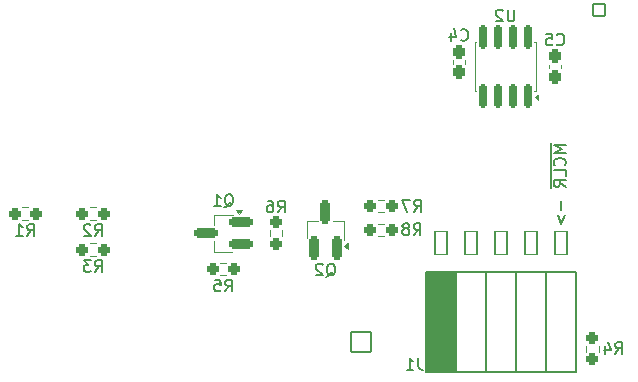
<source format=gbo>
G04 #@! TF.GenerationSoftware,KiCad,Pcbnew,9.0.6*
G04 #@! TF.CreationDate,2026-01-15T23:38:00-05:00*
G04 #@! TF.ProjectId,telemetry_transmitter,74656c65-6d65-4747-9279-5f7472616e73,rev?*
G04 #@! TF.SameCoordinates,Original*
G04 #@! TF.FileFunction,Legend,Bot*
G04 #@! TF.FilePolarity,Positive*
%FSLAX46Y46*%
G04 Gerber Fmt 4.6, Leading zero omitted, Abs format (unit mm)*
G04 Created by KiCad (PCBNEW 9.0.6) date 2026-01-15 23:38:00*
%MOMM*%
%LPD*%
G01*
G04 APERTURE LIST*
G04 Aperture macros list*
%AMRoundRect*
0 Rectangle with rounded corners*
0 $1 Rounding radius*
0 $2 $3 $4 $5 $6 $7 $8 $9 X,Y pos of 4 corners*
0 Add a 4 corners polygon primitive as box body*
4,1,4,$2,$3,$4,$5,$6,$7,$8,$9,$2,$3,0*
0 Add four circle primitives for the rounded corners*
1,1,$1+$1,$2,$3*
1,1,$1+$1,$4,$5*
1,1,$1+$1,$6,$7*
1,1,$1+$1,$8,$9*
0 Add four rect primitives between the rounded corners*
20,1,$1+$1,$2,$3,$4,$5,0*
20,1,$1+$1,$4,$5,$6,$7,0*
20,1,$1+$1,$6,$7,$8,$9,0*
20,1,$1+$1,$8,$9,$2,$3,0*%
G04 Aperture macros list end*
%ADD10C,0.150000*%
%ADD11C,0.120000*%
%ADD12RoundRect,0.051000X-0.850000X0.850000X-0.850000X-0.850000X0.850000X-0.850000X0.850000X0.850000X0*%
%ADD13C,1.802000*%
%ADD14C,2.652000*%
%ADD15RoundRect,0.102000X0.500000X-0.500000X0.500000X0.500000X-0.500000X0.500000X-0.500000X-0.500000X0*%
%ADD16C,1.204000*%
%ADD17C,2.379000*%
%ADD18RoundRect,0.263000X-0.275500X-0.263000X0.275500X-0.263000X0.275500X0.263000X-0.275500X0.263000X0*%
%ADD19RoundRect,0.263000X-0.263000X0.325500X-0.263000X-0.325500X0.263000X-0.325500X0.263000X0.325500X0*%
%ADD20RoundRect,0.263000X0.263000X-0.325500X0.263000X0.325500X-0.263000X0.325500X-0.263000X-0.325500X0*%
%ADD21RoundRect,0.263000X-0.263000X0.275500X-0.263000X-0.275500X0.263000X-0.275500X0.263000X0.275500X0*%
%ADD22RoundRect,0.175500X0.175500X-0.850500X0.175500X0.850500X-0.175500X0.850500X-0.175500X-0.850500X0*%
%ADD23RoundRect,0.225500X0.775500X0.225500X-0.775500X0.225500X-0.775500X-0.225500X0.775500X-0.225500X0*%
%ADD24C,0.902000*%
%ADD25C,6.502000*%
%ADD26RoundRect,0.225500X0.225500X-0.775500X0.225500X0.775500X-0.225500X0.775500X-0.225500X-0.775500X0*%
%ADD27RoundRect,0.263000X0.263000X-0.275500X0.263000X0.275500X-0.263000X0.275500X-0.263000X-0.275500X0*%
%ADD28RoundRect,0.051000X-0.500000X-1.000000X0.500000X-1.000000X0.500000X1.000000X-0.500000X1.000000X0*%
%ADD29RoundRect,0.263000X0.275500X0.263000X-0.275500X0.263000X-0.275500X-0.263000X0.275500X-0.263000X0*%
G04 APERTURE END LIST*
D10*
X157934819Y-115275335D02*
X156934819Y-115275335D01*
X156934819Y-115275335D02*
X157649104Y-115608668D01*
X157649104Y-115608668D02*
X156934819Y-115942001D01*
X156934819Y-115942001D02*
X157934819Y-115942001D01*
X157839580Y-116989620D02*
X157887200Y-116942001D01*
X157887200Y-116942001D02*
X157934819Y-116799144D01*
X157934819Y-116799144D02*
X157934819Y-116703906D01*
X157934819Y-116703906D02*
X157887200Y-116561049D01*
X157887200Y-116561049D02*
X157791961Y-116465811D01*
X157791961Y-116465811D02*
X157696723Y-116418192D01*
X157696723Y-116418192D02*
X157506247Y-116370573D01*
X157506247Y-116370573D02*
X157363390Y-116370573D01*
X157363390Y-116370573D02*
X157172914Y-116418192D01*
X157172914Y-116418192D02*
X157077676Y-116465811D01*
X157077676Y-116465811D02*
X156982438Y-116561049D01*
X156982438Y-116561049D02*
X156934819Y-116703906D01*
X156934819Y-116703906D02*
X156934819Y-116799144D01*
X156934819Y-116799144D02*
X156982438Y-116942001D01*
X156982438Y-116942001D02*
X157030057Y-116989620D01*
X157934819Y-117894382D02*
X157934819Y-117418192D01*
X157934819Y-117418192D02*
X156934819Y-117418192D01*
X157934819Y-118799144D02*
X157458628Y-118465811D01*
X157934819Y-118227716D02*
X156934819Y-118227716D01*
X156934819Y-118227716D02*
X156934819Y-118608668D01*
X156934819Y-118608668D02*
X156982438Y-118703906D01*
X156982438Y-118703906D02*
X157030057Y-118751525D01*
X157030057Y-118751525D02*
X157125295Y-118799144D01*
X157125295Y-118799144D02*
X157268152Y-118799144D01*
X157268152Y-118799144D02*
X157363390Y-118751525D01*
X157363390Y-118751525D02*
X157411009Y-118703906D01*
X157411009Y-118703906D02*
X157458628Y-118608668D01*
X157458628Y-118608668D02*
X157458628Y-118227716D01*
X156657200Y-115137240D02*
X156657200Y-118889621D01*
X157553866Y-119989621D02*
X157553866Y-120751526D01*
X157268152Y-121227716D02*
X157553866Y-121989621D01*
X157553866Y-121989621D02*
X157839580Y-121227716D01*
X145099066Y-120901619D02*
X145432399Y-120425428D01*
X145670494Y-120901619D02*
X145670494Y-119901619D01*
X145670494Y-119901619D02*
X145289542Y-119901619D01*
X145289542Y-119901619D02*
X145194304Y-119949238D01*
X145194304Y-119949238D02*
X145146685Y-119996857D01*
X145146685Y-119996857D02*
X145099066Y-120092095D01*
X145099066Y-120092095D02*
X145099066Y-120234952D01*
X145099066Y-120234952D02*
X145146685Y-120330190D01*
X145146685Y-120330190D02*
X145194304Y-120377809D01*
X145194304Y-120377809D02*
X145289542Y-120425428D01*
X145289542Y-120425428D02*
X145670494Y-120425428D01*
X144765732Y-119901619D02*
X144099066Y-119901619D01*
X144099066Y-119901619D02*
X144527637Y-120901619D01*
X149061466Y-106353780D02*
X149109085Y-106401400D01*
X149109085Y-106401400D02*
X149251942Y-106449019D01*
X149251942Y-106449019D02*
X149347180Y-106449019D01*
X149347180Y-106449019D02*
X149490037Y-106401400D01*
X149490037Y-106401400D02*
X149585275Y-106306161D01*
X149585275Y-106306161D02*
X149632894Y-106210923D01*
X149632894Y-106210923D02*
X149680513Y-106020447D01*
X149680513Y-106020447D02*
X149680513Y-105877590D01*
X149680513Y-105877590D02*
X149632894Y-105687114D01*
X149632894Y-105687114D02*
X149585275Y-105591876D01*
X149585275Y-105591876D02*
X149490037Y-105496638D01*
X149490037Y-105496638D02*
X149347180Y-105449019D01*
X149347180Y-105449019D02*
X149251942Y-105449019D01*
X149251942Y-105449019D02*
X149109085Y-105496638D01*
X149109085Y-105496638D02*
X149061466Y-105544257D01*
X148204323Y-105782352D02*
X148204323Y-106449019D01*
X148442418Y-105401400D02*
X148680513Y-106115685D01*
X148680513Y-106115685D02*
X148061466Y-106115685D01*
X157189466Y-106734780D02*
X157237085Y-106782400D01*
X157237085Y-106782400D02*
X157379942Y-106830019D01*
X157379942Y-106830019D02*
X157475180Y-106830019D01*
X157475180Y-106830019D02*
X157618037Y-106782400D01*
X157618037Y-106782400D02*
X157713275Y-106687161D01*
X157713275Y-106687161D02*
X157760894Y-106591923D01*
X157760894Y-106591923D02*
X157808513Y-106401447D01*
X157808513Y-106401447D02*
X157808513Y-106258590D01*
X157808513Y-106258590D02*
X157760894Y-106068114D01*
X157760894Y-106068114D02*
X157713275Y-105972876D01*
X157713275Y-105972876D02*
X157618037Y-105877638D01*
X157618037Y-105877638D02*
X157475180Y-105830019D01*
X157475180Y-105830019D02*
X157379942Y-105830019D01*
X157379942Y-105830019D02*
X157237085Y-105877638D01*
X157237085Y-105877638D02*
X157189466Y-105925257D01*
X156284704Y-105830019D02*
X156760894Y-105830019D01*
X156760894Y-105830019D02*
X156808513Y-106306209D01*
X156808513Y-106306209D02*
X156760894Y-106258590D01*
X156760894Y-106258590D02*
X156665656Y-106210971D01*
X156665656Y-106210971D02*
X156427561Y-106210971D01*
X156427561Y-106210971D02*
X156332323Y-106258590D01*
X156332323Y-106258590D02*
X156284704Y-106306209D01*
X156284704Y-106306209D02*
X156237085Y-106401447D01*
X156237085Y-106401447D02*
X156237085Y-106639542D01*
X156237085Y-106639542D02*
X156284704Y-106734780D01*
X156284704Y-106734780D02*
X156332323Y-106782400D01*
X156332323Y-106782400D02*
X156427561Y-106830019D01*
X156427561Y-106830019D02*
X156665656Y-106830019D01*
X156665656Y-106830019D02*
X156760894Y-106782400D01*
X156760894Y-106782400D02*
X156808513Y-106734780D01*
X112358466Y-122966619D02*
X112691799Y-122490428D01*
X112929894Y-122966619D02*
X112929894Y-121966619D01*
X112929894Y-121966619D02*
X112548942Y-121966619D01*
X112548942Y-121966619D02*
X112453704Y-122014238D01*
X112453704Y-122014238D02*
X112406085Y-122061857D01*
X112406085Y-122061857D02*
X112358466Y-122157095D01*
X112358466Y-122157095D02*
X112358466Y-122299952D01*
X112358466Y-122299952D02*
X112406085Y-122395190D01*
X112406085Y-122395190D02*
X112453704Y-122442809D01*
X112453704Y-122442809D02*
X112548942Y-122490428D01*
X112548942Y-122490428D02*
X112929894Y-122490428D01*
X111406085Y-122966619D02*
X111977513Y-122966619D01*
X111691799Y-122966619D02*
X111691799Y-121966619D01*
X111691799Y-121966619D02*
X111787037Y-122109476D01*
X111787037Y-122109476D02*
X111882275Y-122204714D01*
X111882275Y-122204714D02*
X111977513Y-122252333D01*
X162142466Y-132966619D02*
X162475799Y-132490428D01*
X162713894Y-132966619D02*
X162713894Y-131966619D01*
X162713894Y-131966619D02*
X162332942Y-131966619D01*
X162332942Y-131966619D02*
X162237704Y-132014238D01*
X162237704Y-132014238D02*
X162190085Y-132061857D01*
X162190085Y-132061857D02*
X162142466Y-132157095D01*
X162142466Y-132157095D02*
X162142466Y-132299952D01*
X162142466Y-132299952D02*
X162190085Y-132395190D01*
X162190085Y-132395190D02*
X162237704Y-132442809D01*
X162237704Y-132442809D02*
X162332942Y-132490428D01*
X162332942Y-132490428D02*
X162713894Y-132490428D01*
X161285323Y-132299952D02*
X161285323Y-132966619D01*
X161523418Y-131919000D02*
X161761513Y-132633285D01*
X161761513Y-132633285D02*
X161142466Y-132633285D01*
X153593704Y-103798019D02*
X153593704Y-104607542D01*
X153593704Y-104607542D02*
X153546085Y-104702780D01*
X153546085Y-104702780D02*
X153498466Y-104750400D01*
X153498466Y-104750400D02*
X153403228Y-104798019D01*
X153403228Y-104798019D02*
X153212752Y-104798019D01*
X153212752Y-104798019D02*
X153117514Y-104750400D01*
X153117514Y-104750400D02*
X153069895Y-104702780D01*
X153069895Y-104702780D02*
X153022276Y-104607542D01*
X153022276Y-104607542D02*
X153022276Y-103798019D01*
X152593704Y-103893257D02*
X152546085Y-103845638D01*
X152546085Y-103845638D02*
X152450847Y-103798019D01*
X152450847Y-103798019D02*
X152212752Y-103798019D01*
X152212752Y-103798019D02*
X152117514Y-103845638D01*
X152117514Y-103845638D02*
X152069895Y-103893257D01*
X152069895Y-103893257D02*
X152022276Y-103988495D01*
X152022276Y-103988495D02*
X152022276Y-104083733D01*
X152022276Y-104083733D02*
X152069895Y-104226590D01*
X152069895Y-104226590D02*
X152641323Y-104798019D01*
X152641323Y-104798019D02*
X152022276Y-104798019D01*
X129122466Y-127665619D02*
X129455799Y-127189428D01*
X129693894Y-127665619D02*
X129693894Y-126665619D01*
X129693894Y-126665619D02*
X129312942Y-126665619D01*
X129312942Y-126665619D02*
X129217704Y-126713238D01*
X129217704Y-126713238D02*
X129170085Y-126760857D01*
X129170085Y-126760857D02*
X129122466Y-126856095D01*
X129122466Y-126856095D02*
X129122466Y-126998952D01*
X129122466Y-126998952D02*
X129170085Y-127094190D01*
X129170085Y-127094190D02*
X129217704Y-127141809D01*
X129217704Y-127141809D02*
X129312942Y-127189428D01*
X129312942Y-127189428D02*
X129693894Y-127189428D01*
X128217704Y-126665619D02*
X128693894Y-126665619D01*
X128693894Y-126665619D02*
X128741513Y-127141809D01*
X128741513Y-127141809D02*
X128693894Y-127094190D01*
X128693894Y-127094190D02*
X128598656Y-127046571D01*
X128598656Y-127046571D02*
X128360561Y-127046571D01*
X128360561Y-127046571D02*
X128265323Y-127094190D01*
X128265323Y-127094190D02*
X128217704Y-127141809D01*
X128217704Y-127141809D02*
X128170085Y-127237047D01*
X128170085Y-127237047D02*
X128170085Y-127475142D01*
X128170085Y-127475142D02*
X128217704Y-127570380D01*
X128217704Y-127570380D02*
X128265323Y-127618000D01*
X128265323Y-127618000D02*
X128360561Y-127665619D01*
X128360561Y-127665619D02*
X128598656Y-127665619D01*
X128598656Y-127665619D02*
X128693894Y-127618000D01*
X128693894Y-127618000D02*
X128741513Y-127570380D01*
X129051038Y-120532857D02*
X129146276Y-120485238D01*
X129146276Y-120485238D02*
X129241514Y-120390000D01*
X129241514Y-120390000D02*
X129384371Y-120247142D01*
X129384371Y-120247142D02*
X129479609Y-120199523D01*
X129479609Y-120199523D02*
X129574847Y-120199523D01*
X129527228Y-120437619D02*
X129622466Y-120390000D01*
X129622466Y-120390000D02*
X129717704Y-120294761D01*
X129717704Y-120294761D02*
X129765323Y-120104285D01*
X129765323Y-120104285D02*
X129765323Y-119770952D01*
X129765323Y-119770952D02*
X129717704Y-119580476D01*
X129717704Y-119580476D02*
X129622466Y-119485238D01*
X129622466Y-119485238D02*
X129527228Y-119437619D01*
X129527228Y-119437619D02*
X129336752Y-119437619D01*
X129336752Y-119437619D02*
X129241514Y-119485238D01*
X129241514Y-119485238D02*
X129146276Y-119580476D01*
X129146276Y-119580476D02*
X129098657Y-119770952D01*
X129098657Y-119770952D02*
X129098657Y-120104285D01*
X129098657Y-120104285D02*
X129146276Y-120294761D01*
X129146276Y-120294761D02*
X129241514Y-120390000D01*
X129241514Y-120390000D02*
X129336752Y-120437619D01*
X129336752Y-120437619D02*
X129527228Y-120437619D01*
X128146276Y-120437619D02*
X128717704Y-120437619D01*
X128431990Y-120437619D02*
X128431990Y-119437619D01*
X128431990Y-119437619D02*
X128527228Y-119580476D01*
X128527228Y-119580476D02*
X128622466Y-119675714D01*
X128622466Y-119675714D02*
X128717704Y-119723333D01*
X118073466Y-122966619D02*
X118406799Y-122490428D01*
X118644894Y-122966619D02*
X118644894Y-121966619D01*
X118644894Y-121966619D02*
X118263942Y-121966619D01*
X118263942Y-121966619D02*
X118168704Y-122014238D01*
X118168704Y-122014238D02*
X118121085Y-122061857D01*
X118121085Y-122061857D02*
X118073466Y-122157095D01*
X118073466Y-122157095D02*
X118073466Y-122299952D01*
X118073466Y-122299952D02*
X118121085Y-122395190D01*
X118121085Y-122395190D02*
X118168704Y-122442809D01*
X118168704Y-122442809D02*
X118263942Y-122490428D01*
X118263942Y-122490428D02*
X118644894Y-122490428D01*
X117692513Y-122061857D02*
X117644894Y-122014238D01*
X117644894Y-122014238D02*
X117549656Y-121966619D01*
X117549656Y-121966619D02*
X117311561Y-121966619D01*
X117311561Y-121966619D02*
X117216323Y-122014238D01*
X117216323Y-122014238D02*
X117168704Y-122061857D01*
X117168704Y-122061857D02*
X117121085Y-122157095D01*
X117121085Y-122157095D02*
X117121085Y-122252333D01*
X117121085Y-122252333D02*
X117168704Y-122395190D01*
X117168704Y-122395190D02*
X117740132Y-122966619D01*
X117740132Y-122966619D02*
X117121085Y-122966619D01*
X137687038Y-126407057D02*
X137782276Y-126359438D01*
X137782276Y-126359438D02*
X137877514Y-126264200D01*
X137877514Y-126264200D02*
X138020371Y-126121342D01*
X138020371Y-126121342D02*
X138115609Y-126073723D01*
X138115609Y-126073723D02*
X138210847Y-126073723D01*
X138163228Y-126311819D02*
X138258466Y-126264200D01*
X138258466Y-126264200D02*
X138353704Y-126168961D01*
X138353704Y-126168961D02*
X138401323Y-125978485D01*
X138401323Y-125978485D02*
X138401323Y-125645152D01*
X138401323Y-125645152D02*
X138353704Y-125454676D01*
X138353704Y-125454676D02*
X138258466Y-125359438D01*
X138258466Y-125359438D02*
X138163228Y-125311819D01*
X138163228Y-125311819D02*
X137972752Y-125311819D01*
X137972752Y-125311819D02*
X137877514Y-125359438D01*
X137877514Y-125359438D02*
X137782276Y-125454676D01*
X137782276Y-125454676D02*
X137734657Y-125645152D01*
X137734657Y-125645152D02*
X137734657Y-125978485D01*
X137734657Y-125978485D02*
X137782276Y-126168961D01*
X137782276Y-126168961D02*
X137877514Y-126264200D01*
X137877514Y-126264200D02*
X137972752Y-126311819D01*
X137972752Y-126311819D02*
X138163228Y-126311819D01*
X137353704Y-125407057D02*
X137306085Y-125359438D01*
X137306085Y-125359438D02*
X137210847Y-125311819D01*
X137210847Y-125311819D02*
X136972752Y-125311819D01*
X136972752Y-125311819D02*
X136877514Y-125359438D01*
X136877514Y-125359438D02*
X136829895Y-125407057D01*
X136829895Y-125407057D02*
X136782276Y-125502295D01*
X136782276Y-125502295D02*
X136782276Y-125597533D01*
X136782276Y-125597533D02*
X136829895Y-125740390D01*
X136829895Y-125740390D02*
X137401323Y-126311819D01*
X137401323Y-126311819D02*
X136782276Y-126311819D01*
X133567466Y-120977819D02*
X133900799Y-120501628D01*
X134138894Y-120977819D02*
X134138894Y-119977819D01*
X134138894Y-119977819D02*
X133757942Y-119977819D01*
X133757942Y-119977819D02*
X133662704Y-120025438D01*
X133662704Y-120025438D02*
X133615085Y-120073057D01*
X133615085Y-120073057D02*
X133567466Y-120168295D01*
X133567466Y-120168295D02*
X133567466Y-120311152D01*
X133567466Y-120311152D02*
X133615085Y-120406390D01*
X133615085Y-120406390D02*
X133662704Y-120454009D01*
X133662704Y-120454009D02*
X133757942Y-120501628D01*
X133757942Y-120501628D02*
X134138894Y-120501628D01*
X132710323Y-119977819D02*
X132900799Y-119977819D01*
X132900799Y-119977819D02*
X132996037Y-120025438D01*
X132996037Y-120025438D02*
X133043656Y-120073057D01*
X133043656Y-120073057D02*
X133138894Y-120215914D01*
X133138894Y-120215914D02*
X133186513Y-120406390D01*
X133186513Y-120406390D02*
X133186513Y-120787342D01*
X133186513Y-120787342D02*
X133138894Y-120882580D01*
X133138894Y-120882580D02*
X133091275Y-120930200D01*
X133091275Y-120930200D02*
X132996037Y-120977819D01*
X132996037Y-120977819D02*
X132805561Y-120977819D01*
X132805561Y-120977819D02*
X132710323Y-120930200D01*
X132710323Y-120930200D02*
X132662704Y-120882580D01*
X132662704Y-120882580D02*
X132615085Y-120787342D01*
X132615085Y-120787342D02*
X132615085Y-120549247D01*
X132615085Y-120549247D02*
X132662704Y-120454009D01*
X132662704Y-120454009D02*
X132710323Y-120406390D01*
X132710323Y-120406390D02*
X132805561Y-120358771D01*
X132805561Y-120358771D02*
X132996037Y-120358771D01*
X132996037Y-120358771D02*
X133091275Y-120406390D01*
X133091275Y-120406390D02*
X133138894Y-120454009D01*
X133138894Y-120454009D02*
X133186513Y-120549247D01*
X145468933Y-133287419D02*
X145468933Y-134001704D01*
X145468933Y-134001704D02*
X145516552Y-134144561D01*
X145516552Y-134144561D02*
X145611790Y-134239800D01*
X145611790Y-134239800D02*
X145754647Y-134287419D01*
X145754647Y-134287419D02*
X145849885Y-134287419D01*
X144468933Y-134287419D02*
X145040361Y-134287419D01*
X144754647Y-134287419D02*
X144754647Y-133287419D01*
X144754647Y-133287419D02*
X144849885Y-133430276D01*
X144849885Y-133430276D02*
X144945123Y-133525514D01*
X144945123Y-133525514D02*
X145040361Y-133573133D01*
X145073666Y-122908219D02*
X145406999Y-122432028D01*
X145645094Y-122908219D02*
X145645094Y-121908219D01*
X145645094Y-121908219D02*
X145264142Y-121908219D01*
X145264142Y-121908219D02*
X145168904Y-121955838D01*
X145168904Y-121955838D02*
X145121285Y-122003457D01*
X145121285Y-122003457D02*
X145073666Y-122098695D01*
X145073666Y-122098695D02*
X145073666Y-122241552D01*
X145073666Y-122241552D02*
X145121285Y-122336790D01*
X145121285Y-122336790D02*
X145168904Y-122384409D01*
X145168904Y-122384409D02*
X145264142Y-122432028D01*
X145264142Y-122432028D02*
X145645094Y-122432028D01*
X144502237Y-122336790D02*
X144597475Y-122289171D01*
X144597475Y-122289171D02*
X144645094Y-122241552D01*
X144645094Y-122241552D02*
X144692713Y-122146314D01*
X144692713Y-122146314D02*
X144692713Y-122098695D01*
X144692713Y-122098695D02*
X144645094Y-122003457D01*
X144645094Y-122003457D02*
X144597475Y-121955838D01*
X144597475Y-121955838D02*
X144502237Y-121908219D01*
X144502237Y-121908219D02*
X144311761Y-121908219D01*
X144311761Y-121908219D02*
X144216523Y-121955838D01*
X144216523Y-121955838D02*
X144168904Y-122003457D01*
X144168904Y-122003457D02*
X144121285Y-122098695D01*
X144121285Y-122098695D02*
X144121285Y-122146314D01*
X144121285Y-122146314D02*
X144168904Y-122241552D01*
X144168904Y-122241552D02*
X144216523Y-122289171D01*
X144216523Y-122289171D02*
X144311761Y-122336790D01*
X144311761Y-122336790D02*
X144502237Y-122336790D01*
X144502237Y-122336790D02*
X144597475Y-122384409D01*
X144597475Y-122384409D02*
X144645094Y-122432028D01*
X144645094Y-122432028D02*
X144692713Y-122527266D01*
X144692713Y-122527266D02*
X144692713Y-122717742D01*
X144692713Y-122717742D02*
X144645094Y-122812980D01*
X144645094Y-122812980D02*
X144597475Y-122860600D01*
X144597475Y-122860600D02*
X144502237Y-122908219D01*
X144502237Y-122908219D02*
X144311761Y-122908219D01*
X144311761Y-122908219D02*
X144216523Y-122860600D01*
X144216523Y-122860600D02*
X144168904Y-122812980D01*
X144168904Y-122812980D02*
X144121285Y-122717742D01*
X144121285Y-122717742D02*
X144121285Y-122527266D01*
X144121285Y-122527266D02*
X144168904Y-122432028D01*
X144168904Y-122432028D02*
X144216523Y-122384409D01*
X144216523Y-122384409D02*
X144311761Y-122336790D01*
X118073466Y-126014619D02*
X118406799Y-125538428D01*
X118644894Y-126014619D02*
X118644894Y-125014619D01*
X118644894Y-125014619D02*
X118263942Y-125014619D01*
X118263942Y-125014619D02*
X118168704Y-125062238D01*
X118168704Y-125062238D02*
X118121085Y-125109857D01*
X118121085Y-125109857D02*
X118073466Y-125205095D01*
X118073466Y-125205095D02*
X118073466Y-125347952D01*
X118073466Y-125347952D02*
X118121085Y-125443190D01*
X118121085Y-125443190D02*
X118168704Y-125490809D01*
X118168704Y-125490809D02*
X118263942Y-125538428D01*
X118263942Y-125538428D02*
X118644894Y-125538428D01*
X117740132Y-125014619D02*
X117121085Y-125014619D01*
X117121085Y-125014619D02*
X117454418Y-125395571D01*
X117454418Y-125395571D02*
X117311561Y-125395571D01*
X117311561Y-125395571D02*
X117216323Y-125443190D01*
X117216323Y-125443190D02*
X117168704Y-125490809D01*
X117168704Y-125490809D02*
X117121085Y-125586047D01*
X117121085Y-125586047D02*
X117121085Y-125824142D01*
X117121085Y-125824142D02*
X117168704Y-125919380D01*
X117168704Y-125919380D02*
X117216323Y-125967000D01*
X117216323Y-125967000D02*
X117311561Y-126014619D01*
X117311561Y-126014619D02*
X117597275Y-126014619D01*
X117597275Y-126014619D02*
X117692513Y-125967000D01*
X117692513Y-125967000D02*
X117740132Y-125919380D01*
D11*
G04 #@! TO.C,R7*
X142036076Y-119924300D02*
X142545524Y-119924300D01*
X142036076Y-120969300D02*
X142545524Y-120969300D01*
G04 #@! TO.C,C4*
X148384800Y-108108533D02*
X148384800Y-108401067D01*
X149404800Y-108108533D02*
X149404800Y-108401067D01*
G04 #@! TO.C,C5*
X156512800Y-108782067D02*
X156512800Y-108489533D01*
X157532800Y-108782067D02*
X157532800Y-108489533D01*
G04 #@! TO.C,R1*
X111937076Y-120559300D02*
X112446524Y-120559300D01*
X111937076Y-121604300D02*
X112446524Y-121604300D01*
G04 #@! TO.C,R4*
X159675300Y-132257076D02*
X159675300Y-132766524D01*
X160720300Y-132257076D02*
X160720300Y-132766524D01*
G04 #@! TO.C,U2*
X150271800Y-106575800D02*
X150271800Y-110695800D01*
X150271800Y-110695800D02*
X150366800Y-110695800D01*
X150366800Y-106575800D02*
X150271800Y-106575800D01*
X155296800Y-110695800D02*
X155391800Y-110695800D01*
X155391800Y-106575800D02*
X155296800Y-106575800D01*
X155391800Y-110695800D02*
X155391800Y-106575800D01*
X155631800Y-111475800D02*
X155301800Y-111235800D01*
X155631800Y-110995800D01*
X155631800Y-111475800D01*
G36*
X155631800Y-111475800D02*
G01*
X155301800Y-111235800D01*
X155631800Y-110995800D01*
X155631800Y-111475800D01*
G37*
G04 #@! TO.C,R5*
X128701076Y-125258300D02*
X129210524Y-125258300D01*
X128701076Y-126303300D02*
X129210524Y-126303300D01*
G04 #@! TO.C,Q1*
X128195800Y-121152800D02*
X128195800Y-122082800D01*
X128195800Y-124312800D02*
X128195800Y-123382800D01*
X128195800Y-124312800D02*
X129655800Y-124312800D01*
X128995800Y-121152800D02*
X128195800Y-121152800D01*
X128995800Y-121152800D02*
X129795800Y-121152800D01*
X130295800Y-121122800D02*
X130055800Y-120792800D01*
X130535800Y-120792800D01*
X130295800Y-121122800D01*
G36*
X130295800Y-121122800D02*
G01*
X130055800Y-120792800D01*
X130535800Y-120792800D01*
X130295800Y-121122800D01*
G37*
G04 #@! TO.C,R2*
X117652076Y-120559300D02*
X118161524Y-120559300D01*
X117652076Y-121604300D02*
X118161524Y-121604300D01*
G04 #@! TO.C,Q2*
X136011800Y-121718800D02*
X136011800Y-123178800D01*
X136011800Y-121718800D02*
X136941800Y-121718800D01*
X139171800Y-121718800D02*
X138241800Y-121718800D01*
X139171800Y-122518800D02*
X139171800Y-121718800D01*
X139171800Y-122518800D02*
X139171800Y-123318800D01*
X139531800Y-124058800D02*
X139201800Y-123818800D01*
X139531800Y-123578800D01*
X139531800Y-124058800D01*
G36*
X139531800Y-124058800D02*
G01*
X139201800Y-123818800D01*
X139531800Y-123578800D01*
X139531800Y-124058800D01*
G37*
G04 #@! TO.C,R6*
X132878300Y-122987524D02*
X132878300Y-122478076D01*
X133923300Y-122987524D02*
X133923300Y-122478076D01*
D10*
G04 #@! TO.C,J1*
X146100800Y-125987300D02*
X146100800Y-134487300D01*
X146100800Y-125987300D02*
X158800800Y-125987300D01*
X146100800Y-134487300D02*
X158800800Y-134487300D01*
X148640800Y-125987300D02*
X148640800Y-134487300D01*
X151180800Y-125987300D02*
X151180800Y-134487300D01*
X153720800Y-125987300D02*
X153720800Y-134487300D01*
X156260800Y-125987300D02*
X156260800Y-134487300D01*
X158800800Y-125987300D02*
X158800800Y-134487300D01*
X148590000Y-134433100D02*
X146151600Y-134433100D01*
X146151600Y-126051100D01*
X148590000Y-126051100D01*
X148590000Y-134433100D01*
G36*
X148590000Y-134433100D02*
G01*
X146151600Y-134433100D01*
X146151600Y-126051100D01*
X148590000Y-126051100D01*
X148590000Y-134433100D01*
G37*
D11*
G04 #@! TO.C,R8*
X142545524Y-121956300D02*
X142036076Y-121956300D01*
X142545524Y-123001300D02*
X142036076Y-123001300D01*
G04 #@! TO.C,R3*
X117652076Y-123607300D02*
X118161524Y-123607300D01*
X117652076Y-124652300D02*
X118161524Y-124652300D01*
G04 #@! TD*
%LPC*%
D12*
G04 #@! TO.C,J3*
X140624800Y-131913800D03*
D13*
X140624800Y-129373800D03*
X138084800Y-131913800D03*
X138084800Y-129373800D03*
X135544800Y-131913800D03*
X135544800Y-129373800D03*
X133004800Y-131913800D03*
X133004800Y-129373800D03*
X130464800Y-131913800D03*
X130464800Y-129373800D03*
X127924800Y-131913800D03*
X127924800Y-129373800D03*
X125384800Y-131913800D03*
X125384800Y-129373800D03*
X122844800Y-131913800D03*
X122844800Y-129373800D03*
G04 #@! TD*
D14*
G04 #@! TO.C,J2*
X160561800Y-107760800D03*
X160561800Y-84110800D03*
D15*
X160761800Y-103860800D03*
D16*
X160761800Y-102610800D03*
X162011800Y-103860800D03*
X162011800Y-102610800D03*
D17*
X161181800Y-99910800D03*
X161181800Y-96160800D03*
X161181800Y-92410800D03*
X161181800Y-88660800D03*
G04 #@! TD*
D18*
G04 #@! TO.C,R7*
X141378300Y-120446800D03*
X143203300Y-120446800D03*
G04 #@! TD*
D19*
G04 #@! TO.C,C4*
X148894800Y-107392300D03*
X148894800Y-109117300D03*
G04 #@! TD*
D20*
G04 #@! TO.C,C5*
X157022800Y-109498300D03*
X157022800Y-107773300D03*
G04 #@! TD*
D18*
G04 #@! TO.C,R1*
X111279300Y-121081800D03*
X113104300Y-121081800D03*
G04 #@! TD*
D21*
G04 #@! TO.C,R4*
X160197800Y-131599300D03*
X160197800Y-133424300D03*
G04 #@! TD*
D22*
G04 #@! TO.C,U2*
X154736800Y-111110800D03*
X153466800Y-111110800D03*
X152196800Y-111110800D03*
X150926800Y-111110800D03*
X150926800Y-106160800D03*
X152196800Y-106160800D03*
X153466800Y-106160800D03*
X154736800Y-106160800D03*
G04 #@! TD*
D18*
G04 #@! TO.C,R5*
X128043300Y-125780800D03*
X129868300Y-125780800D03*
G04 #@! TD*
D23*
G04 #@! TO.C,Q1*
X130455800Y-121782800D03*
X130455800Y-123682800D03*
X127455800Y-122732800D03*
G04 #@! TD*
D24*
G04 #@! TO.C,H3*
X114718800Y-77393800D03*
X114015856Y-79090856D03*
X114015856Y-75696744D03*
X112318800Y-79793800D03*
D25*
X112318800Y-77393800D03*
D24*
X112318800Y-74993800D03*
X110621744Y-79090856D03*
X110621744Y-75696744D03*
X109918800Y-77393800D03*
G04 #@! TD*
D18*
G04 #@! TO.C,R2*
X116994300Y-121081800D03*
X118819300Y-121081800D03*
G04 #@! TD*
D24*
G04 #@! TO.C,H2*
X165518800Y-128193800D03*
X164815856Y-129890856D03*
X164815856Y-126496744D03*
X163118800Y-130593800D03*
D25*
X163118800Y-128193800D03*
D24*
X163118800Y-125793800D03*
X161421744Y-129890856D03*
X161421744Y-126496744D03*
X160718800Y-128193800D03*
G04 #@! TD*
D26*
G04 #@! TO.C,Q2*
X138541800Y-123978800D03*
X136641800Y-123978800D03*
X137591800Y-120978800D03*
G04 #@! TD*
D24*
G04 #@! TO.C,H4*
X165518800Y-77393800D03*
X164815856Y-79090856D03*
X164815856Y-75696744D03*
X163118800Y-79793800D03*
D25*
X163118800Y-77393800D03*
D24*
X163118800Y-74993800D03*
X161421744Y-79090856D03*
X161421744Y-75696744D03*
X160718800Y-77393800D03*
G04 #@! TD*
D27*
G04 #@! TO.C,R6*
X133400800Y-123645300D03*
X133400800Y-121820300D03*
G04 #@! TD*
D28*
G04 #@! TO.C,J1*
X147370800Y-123587300D03*
X149910800Y-123587300D03*
X152450800Y-123587300D03*
X154990800Y-123587300D03*
X157530800Y-123587300D03*
G04 #@! TD*
D29*
G04 #@! TO.C,R8*
X143203300Y-122478800D03*
X141378300Y-122478800D03*
G04 #@! TD*
D18*
G04 #@! TO.C,R3*
X116994300Y-124129800D03*
X118819300Y-124129800D03*
G04 #@! TD*
D24*
G04 #@! TO.C,H1*
X114718800Y-128193800D03*
X114015856Y-129890856D03*
X114015856Y-126496744D03*
X112318800Y-130593800D03*
D25*
X112318800Y-128193800D03*
D24*
X112318800Y-125793800D03*
X110621744Y-129890856D03*
X110621744Y-126496744D03*
X109918800Y-128193800D03*
G04 #@! TD*
%LPD*%
M02*

</source>
